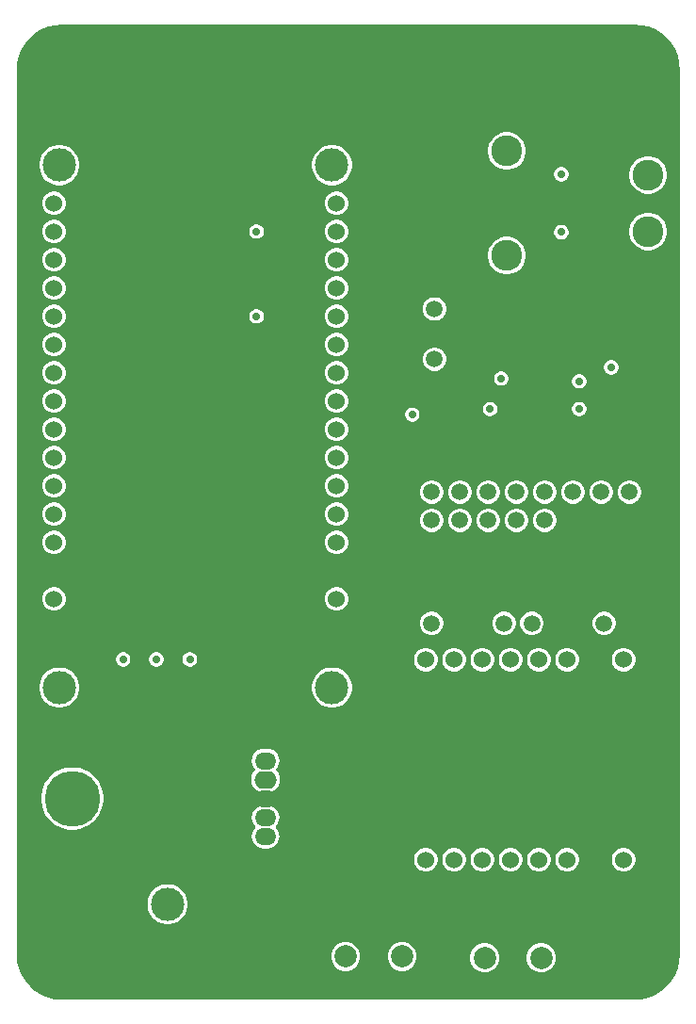
<source format=gbr>
%TF.GenerationSoftware,Altium Limited,Altium Designer,25.2.1 (25)*%
G04 Layer_Physical_Order=2*
G04 Layer_Color=36540*
%FSLAX43Y43*%
%MOMM*%
%TF.SameCoordinates,B664DB7D-B6DB-4AC9-9DB7-209C64ECDA10*%
%TF.FilePolarity,Positive*%
%TF.FileFunction,Copper,L2,Inr,Signal*%
%TF.Part,Single*%
G01*
G75*
%TA.AperFunction,ComponentPad*%
%ADD15C,1.500*%
%ADD16R,1.500X1.500*%
%ADD17C,3.000*%
%ADD18C,1.524*%
%ADD19C,2.775*%
%ADD20C,2.000*%
%ADD21C,5.000*%
%ADD22O,1.900X1.550*%
%ADD23O,2.000X1.580*%
%ADD24C,6.000*%
%TA.AperFunction,ViaPad*%
%ADD25C,0.700*%
G36*
X56637Y88023D02*
X57259Y87874D01*
X57849Y87629D01*
X58394Y87295D01*
X58880Y86880D01*
X59295Y86394D01*
X59629Y85849D01*
X59874Y85259D01*
X60023Y84637D01*
X60071Y84030D01*
X60065Y84000D01*
Y4500D01*
X60071Y4470D01*
X60023Y3863D01*
X59874Y3241D01*
X59629Y2651D01*
X59295Y2106D01*
X58880Y1620D01*
X58394Y1205D01*
X57849Y871D01*
X57259Y626D01*
X56637Y477D01*
X56030Y429D01*
X56000Y435D01*
X4500D01*
X4470Y429D01*
X3863Y477D01*
X3241Y626D01*
X2651Y871D01*
X2106Y1205D01*
X1620Y1620D01*
X1205Y2106D01*
X871Y2651D01*
X626Y3241D01*
X477Y3863D01*
X429Y4470D01*
X435Y4500D01*
Y84000D01*
X429Y84030D01*
X477Y84637D01*
X626Y85259D01*
X871Y85849D01*
X1205Y86394D01*
X1620Y86880D01*
X2106Y87295D01*
X2651Y87629D01*
X3241Y87874D01*
X3863Y88023D01*
X4470Y88071D01*
X4500Y88065D01*
X56000D01*
X56030Y88071D01*
X56637Y88023D01*
D02*
G37*
%LPC*%
G36*
X44666Y78387D02*
X44334D01*
X44008Y78323D01*
X43701Y78195D01*
X43424Y78011D01*
X43189Y77776D01*
X43005Y77499D01*
X42877Y77192D01*
X42812Y76866D01*
Y76534D01*
X42877Y76208D01*
X43005Y75901D01*
X43189Y75624D01*
X43424Y75389D01*
X43701Y75205D01*
X44008Y75077D01*
X44334Y75012D01*
X44666D01*
X44992Y75077D01*
X45299Y75205D01*
X45576Y75389D01*
X45811Y75624D01*
X45995Y75901D01*
X46123Y76208D01*
X46188Y76534D01*
Y76866D01*
X46123Y77192D01*
X45995Y77499D01*
X45811Y77776D01*
X45576Y78011D01*
X45299Y78195D01*
X44992Y78323D01*
X44666Y78387D01*
D02*
G37*
G36*
X49486Y75250D02*
X49314D01*
X49149Y75206D01*
X49001Y75120D01*
X48880Y74999D01*
X48794Y74851D01*
X48750Y74686D01*
Y74514D01*
X48794Y74349D01*
X48880Y74201D01*
X49001Y74080D01*
X49149Y73994D01*
X49314Y73950D01*
X49486D01*
X49651Y73994D01*
X49799Y74080D01*
X49920Y74201D01*
X50006Y74349D01*
X50050Y74514D01*
Y74686D01*
X50006Y74851D01*
X49920Y74999D01*
X49799Y75120D01*
X49651Y75206D01*
X49486Y75250D01*
D02*
G37*
G36*
X28957Y77230D02*
X28603D01*
X28255Y77161D01*
X27927Y77025D01*
X27633Y76828D01*
X27382Y76577D01*
X27185Y76283D01*
X27049Y75955D01*
X26980Y75607D01*
Y75253D01*
X27049Y74905D01*
X27185Y74577D01*
X27382Y74283D01*
X27633Y74032D01*
X27927Y73835D01*
X28255Y73699D01*
X28603Y73630D01*
X28957D01*
X29305Y73699D01*
X29633Y73835D01*
X29927Y74032D01*
X30178Y74283D01*
X30375Y74577D01*
X30511Y74905D01*
X30580Y75253D01*
Y75607D01*
X30511Y75955D01*
X30375Y76283D01*
X30178Y76577D01*
X29927Y76828D01*
X29633Y77025D01*
X29305Y77161D01*
X28957Y77230D01*
D02*
G37*
G36*
X4447D02*
X4093D01*
X3745Y77161D01*
X3417Y77025D01*
X3123Y76828D01*
X2872Y76577D01*
X2675Y76283D01*
X2539Y75955D01*
X2470Y75607D01*
Y75253D01*
X2539Y74905D01*
X2675Y74577D01*
X2872Y74283D01*
X3123Y74032D01*
X3417Y73835D01*
X3745Y73699D01*
X4093Y73630D01*
X4447D01*
X4795Y73699D01*
X5123Y73835D01*
X5417Y74032D01*
X5668Y74283D01*
X5865Y74577D01*
X6001Y74905D01*
X6070Y75253D01*
Y75607D01*
X6001Y75955D01*
X5865Y76283D01*
X5668Y76577D01*
X5417Y76828D01*
X5123Y77025D01*
X4795Y77161D01*
X4447Y77230D01*
D02*
G37*
G36*
X57366Y76228D02*
X57034D01*
X56708Y76163D01*
X56401Y76035D01*
X56124Y75851D01*
X55889Y75616D01*
X55705Y75339D01*
X55577Y75032D01*
X55513Y74706D01*
Y74374D01*
X55577Y74048D01*
X55705Y73741D01*
X55889Y73464D01*
X56124Y73229D01*
X56401Y73045D01*
X56708Y72917D01*
X57034Y72853D01*
X57366D01*
X57692Y72917D01*
X57999Y73045D01*
X58276Y73229D01*
X58511Y73464D01*
X58695Y73741D01*
X58823Y74048D01*
X58888Y74374D01*
Y74706D01*
X58823Y75032D01*
X58695Y75339D01*
X58511Y75616D01*
X58276Y75851D01*
X57999Y76035D01*
X57692Y76163D01*
X57366Y76228D01*
D02*
G37*
G36*
X29340Y73062D02*
X29060D01*
X28790Y72990D01*
X28548Y72850D01*
X28350Y72652D01*
X28210Y72410D01*
X28138Y72140D01*
Y71860D01*
X28210Y71590D01*
X28350Y71348D01*
X28548Y71150D01*
X28790Y71010D01*
X29060Y70938D01*
X29340D01*
X29610Y71010D01*
X29852Y71150D01*
X30050Y71348D01*
X30190Y71590D01*
X30262Y71860D01*
Y72140D01*
X30190Y72410D01*
X30050Y72652D01*
X29852Y72850D01*
X29610Y72990D01*
X29340Y73062D01*
D02*
G37*
G36*
X3940D02*
X3660D01*
X3390Y72990D01*
X3148Y72850D01*
X2950Y72652D01*
X2810Y72410D01*
X2738Y72140D01*
Y71860D01*
X2810Y71590D01*
X2950Y71348D01*
X3148Y71150D01*
X3390Y71010D01*
X3660Y70938D01*
X3940D01*
X4210Y71010D01*
X4452Y71150D01*
X4650Y71348D01*
X4790Y71590D01*
X4862Y71860D01*
Y72140D01*
X4790Y72410D01*
X4650Y72652D01*
X4452Y72850D01*
X4210Y72990D01*
X3940Y73062D01*
D02*
G37*
G36*
X22086Y70110D02*
X21914D01*
X21749Y70066D01*
X21601Y69980D01*
X21480Y69859D01*
X21394Y69711D01*
X21350Y69546D01*
Y69374D01*
X21394Y69209D01*
X21480Y69061D01*
X21601Y68940D01*
X21749Y68854D01*
X21914Y68810D01*
X22086D01*
X22251Y68854D01*
X22399Y68940D01*
X22520Y69061D01*
X22606Y69209D01*
X22650Y69374D01*
Y69546D01*
X22606Y69711D01*
X22520Y69859D01*
X22399Y69980D01*
X22251Y70066D01*
X22086Y70110D01*
D02*
G37*
G36*
X49486Y70050D02*
X49314D01*
X49149Y70006D01*
X49001Y69920D01*
X48880Y69799D01*
X48794Y69651D01*
X48750Y69486D01*
Y69314D01*
X48794Y69149D01*
X48880Y69001D01*
X49001Y68880D01*
X49149Y68794D01*
X49314Y68750D01*
X49486D01*
X49651Y68794D01*
X49799Y68880D01*
X49920Y69001D01*
X50006Y69149D01*
X50050Y69314D01*
Y69486D01*
X50006Y69651D01*
X49920Y69799D01*
X49799Y69920D01*
X49651Y70006D01*
X49486Y70050D01*
D02*
G37*
G36*
X29340Y70522D02*
X29060D01*
X28790Y70450D01*
X28548Y70310D01*
X28350Y70112D01*
X28210Y69870D01*
X28138Y69600D01*
Y69320D01*
X28210Y69050D01*
X28350Y68808D01*
X28548Y68610D01*
X28790Y68470D01*
X29060Y68398D01*
X29340D01*
X29610Y68470D01*
X29852Y68610D01*
X30050Y68808D01*
X30190Y69050D01*
X30262Y69320D01*
Y69600D01*
X30190Y69870D01*
X30050Y70112D01*
X29852Y70310D01*
X29610Y70450D01*
X29340Y70522D01*
D02*
G37*
G36*
X3940D02*
X3660D01*
X3390Y70450D01*
X3148Y70310D01*
X2950Y70112D01*
X2810Y69870D01*
X2738Y69600D01*
Y69320D01*
X2810Y69050D01*
X2950Y68808D01*
X3148Y68610D01*
X3390Y68470D01*
X3660Y68398D01*
X3940D01*
X4210Y68470D01*
X4452Y68610D01*
X4650Y68808D01*
X4790Y69050D01*
X4862Y69320D01*
Y69600D01*
X4790Y69870D01*
X4650Y70112D01*
X4452Y70310D01*
X4210Y70450D01*
X3940Y70522D01*
D02*
G37*
G36*
X57366Y71147D02*
X57034D01*
X56708Y71083D01*
X56401Y70955D01*
X56124Y70771D01*
X55889Y70536D01*
X55705Y70259D01*
X55577Y69952D01*
X55513Y69626D01*
Y69294D01*
X55577Y68968D01*
X55705Y68661D01*
X55889Y68384D01*
X56124Y68149D01*
X56401Y67965D01*
X56708Y67837D01*
X57034Y67772D01*
X57366D01*
X57692Y67837D01*
X57999Y67965D01*
X58276Y68149D01*
X58511Y68384D01*
X58695Y68661D01*
X58823Y68968D01*
X58888Y69294D01*
Y69626D01*
X58823Y69952D01*
X58695Y70259D01*
X58511Y70536D01*
X58276Y70771D01*
X57999Y70955D01*
X57692Y71083D01*
X57366Y71147D01*
D02*
G37*
G36*
X29340Y67982D02*
X29060D01*
X28790Y67910D01*
X28548Y67770D01*
X28350Y67572D01*
X28210Y67330D01*
X28138Y67060D01*
Y66780D01*
X28210Y66510D01*
X28350Y66268D01*
X28548Y66070D01*
X28790Y65930D01*
X29060Y65858D01*
X29340D01*
X29610Y65930D01*
X29852Y66070D01*
X30050Y66268D01*
X30190Y66510D01*
X30262Y66780D01*
Y67060D01*
X30190Y67330D01*
X30050Y67572D01*
X29852Y67770D01*
X29610Y67910D01*
X29340Y67982D01*
D02*
G37*
G36*
X3940D02*
X3660D01*
X3390Y67910D01*
X3148Y67770D01*
X2950Y67572D01*
X2810Y67330D01*
X2738Y67060D01*
Y66780D01*
X2810Y66510D01*
X2950Y66268D01*
X3148Y66070D01*
X3390Y65930D01*
X3660Y65858D01*
X3940D01*
X4210Y65930D01*
X4452Y66070D01*
X4650Y66268D01*
X4790Y66510D01*
X4862Y66780D01*
Y67060D01*
X4790Y67330D01*
X4650Y67572D01*
X4452Y67770D01*
X4210Y67910D01*
X3940Y67982D01*
D02*
G37*
G36*
X44666Y68988D02*
X44334D01*
X44008Y68923D01*
X43701Y68795D01*
X43424Y68611D01*
X43189Y68376D01*
X43005Y68099D01*
X42877Y67792D01*
X42812Y67466D01*
Y67134D01*
X42877Y66808D01*
X43005Y66501D01*
X43189Y66224D01*
X43424Y65989D01*
X43701Y65805D01*
X44008Y65677D01*
X44334Y65613D01*
X44666D01*
X44992Y65677D01*
X45299Y65805D01*
X45576Y65989D01*
X45811Y66224D01*
X45995Y66501D01*
X46123Y66808D01*
X46188Y67134D01*
Y67466D01*
X46123Y67792D01*
X45995Y68099D01*
X45811Y68376D01*
X45576Y68611D01*
X45299Y68795D01*
X44992Y68923D01*
X44666Y68988D01*
D02*
G37*
G36*
X29340Y65442D02*
X29060D01*
X28790Y65370D01*
X28548Y65230D01*
X28350Y65032D01*
X28210Y64790D01*
X28138Y64520D01*
Y64240D01*
X28210Y63970D01*
X28350Y63728D01*
X28548Y63530D01*
X28790Y63390D01*
X29060Y63318D01*
X29340D01*
X29610Y63390D01*
X29852Y63530D01*
X30050Y63728D01*
X30190Y63970D01*
X30262Y64240D01*
Y64520D01*
X30190Y64790D01*
X30050Y65032D01*
X29852Y65230D01*
X29610Y65370D01*
X29340Y65442D01*
D02*
G37*
G36*
X3940D02*
X3660D01*
X3390Y65370D01*
X3148Y65230D01*
X2950Y65032D01*
X2810Y64790D01*
X2738Y64520D01*
Y64240D01*
X2810Y63970D01*
X2950Y63728D01*
X3148Y63530D01*
X3390Y63390D01*
X3660Y63318D01*
X3940D01*
X4210Y63390D01*
X4452Y63530D01*
X4650Y63728D01*
X4790Y63970D01*
X4862Y64240D01*
Y64520D01*
X4790Y64790D01*
X4650Y65032D01*
X4452Y65230D01*
X4210Y65370D01*
X3940Y65442D01*
D02*
G37*
G36*
X38138Y63550D02*
X37862D01*
X37595Y63478D01*
X37355Y63340D01*
X37160Y63145D01*
X37022Y62905D01*
X36950Y62638D01*
Y62362D01*
X37022Y62095D01*
X37160Y61855D01*
X37355Y61660D01*
X37595Y61522D01*
X37862Y61450D01*
X38138D01*
X38405Y61522D01*
X38645Y61660D01*
X38840Y61855D01*
X38978Y62095D01*
X39050Y62362D01*
Y62638D01*
X38978Y62905D01*
X38840Y63145D01*
X38645Y63340D01*
X38405Y63478D01*
X38138Y63550D01*
D02*
G37*
G36*
X22086Y62490D02*
X21914D01*
X21749Y62446D01*
X21601Y62360D01*
X21480Y62239D01*
X21394Y62091D01*
X21350Y61926D01*
Y61754D01*
X21394Y61589D01*
X21480Y61441D01*
X21601Y61320D01*
X21749Y61234D01*
X21914Y61190D01*
X22086D01*
X22251Y61234D01*
X22399Y61320D01*
X22520Y61441D01*
X22606Y61589D01*
X22650Y61754D01*
Y61926D01*
X22606Y62091D01*
X22520Y62239D01*
X22399Y62360D01*
X22251Y62446D01*
X22086Y62490D01*
D02*
G37*
G36*
X29340Y62902D02*
X29060D01*
X28790Y62830D01*
X28548Y62690D01*
X28350Y62492D01*
X28210Y62250D01*
X28138Y61980D01*
Y61700D01*
X28210Y61430D01*
X28350Y61188D01*
X28548Y60990D01*
X28790Y60850D01*
X29060Y60778D01*
X29340D01*
X29610Y60850D01*
X29852Y60990D01*
X30050Y61188D01*
X30190Y61430D01*
X30262Y61700D01*
Y61980D01*
X30190Y62250D01*
X30050Y62492D01*
X29852Y62690D01*
X29610Y62830D01*
X29340Y62902D01*
D02*
G37*
G36*
X3940D02*
X3660D01*
X3390Y62830D01*
X3148Y62690D01*
X2950Y62492D01*
X2810Y62250D01*
X2738Y61980D01*
Y61700D01*
X2810Y61430D01*
X2950Y61188D01*
X3148Y60990D01*
X3390Y60850D01*
X3660Y60778D01*
X3940D01*
X4210Y60850D01*
X4452Y60990D01*
X4650Y61188D01*
X4790Y61430D01*
X4862Y61700D01*
Y61980D01*
X4790Y62250D01*
X4650Y62492D01*
X4452Y62690D01*
X4210Y62830D01*
X3940Y62902D01*
D02*
G37*
G36*
X29340Y60362D02*
X29060D01*
X28790Y60290D01*
X28548Y60150D01*
X28350Y59952D01*
X28210Y59710D01*
X28138Y59440D01*
Y59160D01*
X28210Y58890D01*
X28350Y58648D01*
X28548Y58450D01*
X28790Y58310D01*
X29060Y58238D01*
X29340D01*
X29610Y58310D01*
X29852Y58450D01*
X30050Y58648D01*
X30190Y58890D01*
X30262Y59160D01*
Y59440D01*
X30190Y59710D01*
X30050Y59952D01*
X29852Y60150D01*
X29610Y60290D01*
X29340Y60362D01*
D02*
G37*
G36*
X3940D02*
X3660D01*
X3390Y60290D01*
X3148Y60150D01*
X2950Y59952D01*
X2810Y59710D01*
X2738Y59440D01*
Y59160D01*
X2810Y58890D01*
X2950Y58648D01*
X3148Y58450D01*
X3390Y58310D01*
X3660Y58238D01*
X3940D01*
X4210Y58310D01*
X4452Y58450D01*
X4650Y58648D01*
X4790Y58890D01*
X4862Y59160D01*
Y59440D01*
X4790Y59710D01*
X4650Y59952D01*
X4452Y60150D01*
X4210Y60290D01*
X3940Y60362D01*
D02*
G37*
G36*
X38138Y59050D02*
X37862D01*
X37595Y58978D01*
X37355Y58840D01*
X37160Y58645D01*
X37022Y58405D01*
X36950Y58138D01*
Y57862D01*
X37022Y57595D01*
X37160Y57355D01*
X37355Y57160D01*
X37595Y57022D01*
X37862Y56950D01*
X38138D01*
X38405Y57022D01*
X38645Y57160D01*
X38840Y57355D01*
X38978Y57595D01*
X39050Y57862D01*
Y58138D01*
X38978Y58405D01*
X38840Y58645D01*
X38645Y58840D01*
X38405Y58978D01*
X38138Y59050D01*
D02*
G37*
G36*
X53986Y57900D02*
X53814D01*
X53649Y57856D01*
X53501Y57770D01*
X53380Y57649D01*
X53294Y57501D01*
X53250Y57336D01*
Y57164D01*
X53294Y56999D01*
X53380Y56851D01*
X53501Y56730D01*
X53649Y56644D01*
X53814Y56600D01*
X53986D01*
X54151Y56644D01*
X54299Y56730D01*
X54420Y56851D01*
X54506Y56999D01*
X54550Y57164D01*
Y57336D01*
X54506Y57501D01*
X54420Y57649D01*
X54299Y57770D01*
X54151Y57856D01*
X53986Y57900D01*
D02*
G37*
G36*
X29340Y57822D02*
X29060D01*
X28790Y57750D01*
X28548Y57610D01*
X28350Y57412D01*
X28210Y57170D01*
X28138Y56900D01*
Y56620D01*
X28210Y56350D01*
X28350Y56108D01*
X28548Y55910D01*
X28790Y55770D01*
X29060Y55698D01*
X29340D01*
X29610Y55770D01*
X29852Y55910D01*
X30050Y56108D01*
X30190Y56350D01*
X30262Y56620D01*
Y56900D01*
X30190Y57170D01*
X30050Y57412D01*
X29852Y57610D01*
X29610Y57750D01*
X29340Y57822D01*
D02*
G37*
G36*
X3940D02*
X3660D01*
X3390Y57750D01*
X3148Y57610D01*
X2950Y57412D01*
X2810Y57170D01*
X2738Y56900D01*
Y56620D01*
X2810Y56350D01*
X2950Y56108D01*
X3148Y55910D01*
X3390Y55770D01*
X3660Y55698D01*
X3940D01*
X4210Y55770D01*
X4452Y55910D01*
X4650Y56108D01*
X4790Y56350D01*
X4862Y56620D01*
Y56900D01*
X4790Y57170D01*
X4650Y57412D01*
X4452Y57610D01*
X4210Y57750D01*
X3940Y57822D01*
D02*
G37*
G36*
X44086Y56900D02*
X43914D01*
X43749Y56856D01*
X43601Y56770D01*
X43480Y56649D01*
X43394Y56501D01*
X43350Y56336D01*
Y56164D01*
X43394Y55999D01*
X43480Y55851D01*
X43601Y55730D01*
X43749Y55644D01*
X43914Y55600D01*
X44086D01*
X44251Y55644D01*
X44399Y55730D01*
X44520Y55851D01*
X44606Y55999D01*
X44650Y56164D01*
Y56336D01*
X44606Y56501D01*
X44520Y56649D01*
X44399Y56770D01*
X44251Y56856D01*
X44086Y56900D01*
D02*
G37*
G36*
X51086Y56650D02*
X50914D01*
X50749Y56606D01*
X50601Y56520D01*
X50480Y56399D01*
X50394Y56251D01*
X50350Y56086D01*
Y55914D01*
X50394Y55749D01*
X50480Y55601D01*
X50601Y55480D01*
X50749Y55394D01*
X50914Y55350D01*
X51086D01*
X51251Y55394D01*
X51399Y55480D01*
X51520Y55601D01*
X51606Y55749D01*
X51650Y55914D01*
Y56086D01*
X51606Y56251D01*
X51520Y56399D01*
X51399Y56520D01*
X51251Y56606D01*
X51086Y56650D01*
D02*
G37*
G36*
X29340Y55282D02*
X29060D01*
X28790Y55210D01*
X28548Y55070D01*
X28350Y54872D01*
X28210Y54630D01*
X28138Y54360D01*
Y54080D01*
X28210Y53810D01*
X28350Y53568D01*
X28548Y53370D01*
X28790Y53230D01*
X29060Y53158D01*
X29340D01*
X29610Y53230D01*
X29852Y53370D01*
X30050Y53568D01*
X30190Y53810D01*
X30262Y54080D01*
Y54360D01*
X30190Y54630D01*
X30050Y54872D01*
X29852Y55070D01*
X29610Y55210D01*
X29340Y55282D01*
D02*
G37*
G36*
X3940D02*
X3660D01*
X3390Y55210D01*
X3148Y55070D01*
X2950Y54872D01*
X2810Y54630D01*
X2738Y54360D01*
Y54080D01*
X2810Y53810D01*
X2950Y53568D01*
X3148Y53370D01*
X3390Y53230D01*
X3660Y53158D01*
X3940D01*
X4210Y53230D01*
X4452Y53370D01*
X4650Y53568D01*
X4790Y53810D01*
X4862Y54080D01*
Y54360D01*
X4790Y54630D01*
X4650Y54872D01*
X4452Y55070D01*
X4210Y55210D01*
X3940Y55282D01*
D02*
G37*
G36*
X51086Y54150D02*
X50914D01*
X50749Y54106D01*
X50601Y54020D01*
X50480Y53899D01*
X50394Y53751D01*
X50350Y53586D01*
Y53414D01*
X50394Y53249D01*
X50480Y53101D01*
X50601Y52980D01*
X50749Y52894D01*
X50914Y52850D01*
X51086D01*
X51251Y52894D01*
X51399Y52980D01*
X51520Y53101D01*
X51606Y53249D01*
X51650Y53414D01*
Y53586D01*
X51606Y53751D01*
X51520Y53899D01*
X51399Y54020D01*
X51251Y54106D01*
X51086Y54150D01*
D02*
G37*
G36*
X43086D02*
X42914D01*
X42749Y54106D01*
X42601Y54020D01*
X42480Y53899D01*
X42394Y53751D01*
X42350Y53586D01*
Y53414D01*
X42394Y53249D01*
X42480Y53101D01*
X42601Y52980D01*
X42749Y52894D01*
X42914Y52850D01*
X43086D01*
X43251Y52894D01*
X43399Y52980D01*
X43520Y53101D01*
X43606Y53249D01*
X43650Y53414D01*
Y53586D01*
X43606Y53751D01*
X43520Y53899D01*
X43399Y54020D01*
X43251Y54106D01*
X43086Y54150D01*
D02*
G37*
G36*
X36086Y53650D02*
X35914D01*
X35749Y53606D01*
X35601Y53520D01*
X35480Y53399D01*
X35394Y53251D01*
X35350Y53086D01*
Y52914D01*
X35394Y52749D01*
X35480Y52601D01*
X35601Y52480D01*
X35749Y52394D01*
X35914Y52350D01*
X36086D01*
X36251Y52394D01*
X36399Y52480D01*
X36520Y52601D01*
X36606Y52749D01*
X36650Y52914D01*
Y53086D01*
X36606Y53251D01*
X36520Y53399D01*
X36399Y53520D01*
X36251Y53606D01*
X36086Y53650D01*
D02*
G37*
G36*
X29340Y52742D02*
X29060D01*
X28790Y52670D01*
X28548Y52530D01*
X28350Y52332D01*
X28210Y52090D01*
X28138Y51820D01*
Y51540D01*
X28210Y51270D01*
X28350Y51028D01*
X28548Y50830D01*
X28790Y50690D01*
X29060Y50618D01*
X29340D01*
X29610Y50690D01*
X29852Y50830D01*
X30050Y51028D01*
X30190Y51270D01*
X30262Y51540D01*
Y51820D01*
X30190Y52090D01*
X30050Y52332D01*
X29852Y52530D01*
X29610Y52670D01*
X29340Y52742D01*
D02*
G37*
G36*
X3940D02*
X3660D01*
X3390Y52670D01*
X3148Y52530D01*
X2950Y52332D01*
X2810Y52090D01*
X2738Y51820D01*
Y51540D01*
X2810Y51270D01*
X2950Y51028D01*
X3148Y50830D01*
X3390Y50690D01*
X3660Y50618D01*
X3940D01*
X4210Y50690D01*
X4452Y50830D01*
X4650Y51028D01*
X4790Y51270D01*
X4862Y51540D01*
Y51820D01*
X4790Y52090D01*
X4650Y52332D01*
X4452Y52530D01*
X4210Y52670D01*
X3940Y52742D01*
D02*
G37*
G36*
X29340Y50202D02*
X29060D01*
X28790Y50130D01*
X28548Y49990D01*
X28350Y49792D01*
X28210Y49550D01*
X28138Y49280D01*
Y49000D01*
X28210Y48730D01*
X28350Y48488D01*
X28548Y48290D01*
X28790Y48150D01*
X29060Y48078D01*
X29340D01*
X29610Y48150D01*
X29852Y48290D01*
X30050Y48488D01*
X30190Y48730D01*
X30262Y49000D01*
Y49280D01*
X30190Y49550D01*
X30050Y49792D01*
X29852Y49990D01*
X29610Y50130D01*
X29340Y50202D01*
D02*
G37*
G36*
X3940D02*
X3660D01*
X3390Y50130D01*
X3148Y49990D01*
X2950Y49792D01*
X2810Y49550D01*
X2738Y49280D01*
Y49000D01*
X2810Y48730D01*
X2950Y48488D01*
X3148Y48290D01*
X3390Y48150D01*
X3660Y48078D01*
X3940D01*
X4210Y48150D01*
X4452Y48290D01*
X4650Y48488D01*
X4790Y48730D01*
X4862Y49000D01*
Y49280D01*
X4790Y49550D01*
X4650Y49792D01*
X4452Y49990D01*
X4210Y50130D01*
X3940Y50202D01*
D02*
G37*
G36*
X29340Y47662D02*
X29060D01*
X28790Y47590D01*
X28548Y47450D01*
X28350Y47252D01*
X28210Y47010D01*
X28138Y46740D01*
Y46460D01*
X28210Y46190D01*
X28350Y45948D01*
X28548Y45750D01*
X28790Y45610D01*
X29060Y45538D01*
X29340D01*
X29610Y45610D01*
X29852Y45750D01*
X30050Y45948D01*
X30190Y46190D01*
X30262Y46460D01*
Y46740D01*
X30190Y47010D01*
X30050Y47252D01*
X29852Y47450D01*
X29610Y47590D01*
X29340Y47662D01*
D02*
G37*
G36*
X3940D02*
X3660D01*
X3390Y47590D01*
X3148Y47450D01*
X2950Y47252D01*
X2810Y47010D01*
X2738Y46740D01*
Y46460D01*
X2810Y46190D01*
X2950Y45948D01*
X3148Y45750D01*
X3390Y45610D01*
X3660Y45538D01*
X3940D01*
X4210Y45610D01*
X4452Y45750D01*
X4650Y45948D01*
X4790Y46190D01*
X4862Y46460D01*
Y46740D01*
X4790Y47010D01*
X4650Y47252D01*
X4452Y47450D01*
X4210Y47590D01*
X3940Y47662D01*
D02*
G37*
G36*
X45508Y47090D02*
X45232D01*
X44965Y47019D01*
X44725Y46880D01*
X44530Y46685D01*
X44392Y46445D01*
X44320Y46178D01*
Y45902D01*
X44392Y45635D01*
X44530Y45395D01*
X44725Y45200D01*
X44965Y45062D01*
X45232Y44990D01*
X45508D01*
X45775Y45062D01*
X46015Y45200D01*
X46210Y45395D01*
X46348Y45635D01*
X46420Y45902D01*
Y46178D01*
X46348Y46445D01*
X46210Y46685D01*
X46015Y46880D01*
X45775Y47019D01*
X45508Y47090D01*
D02*
G37*
G36*
X48048Y47090D02*
X47772D01*
X47505Y47018D01*
X47265Y46880D01*
X47070Y46685D01*
X46932Y46445D01*
X46860Y46178D01*
Y45902D01*
X46932Y45635D01*
X47070Y45395D01*
X47265Y45200D01*
X47505Y45062D01*
X47772Y44990D01*
X48048D01*
X48315Y45062D01*
X48555Y45200D01*
X48750Y45395D01*
X48888Y45635D01*
X48960Y45902D01*
Y46178D01*
X48888Y46445D01*
X48750Y46685D01*
X48555Y46880D01*
X48315Y47018D01*
X48048Y47090D01*
D02*
G37*
G36*
X42968D02*
X42692D01*
X42425Y47018D01*
X42185Y46880D01*
X41990Y46685D01*
X41852Y46445D01*
X41780Y46178D01*
Y45902D01*
X41852Y45635D01*
X41990Y45395D01*
X42185Y45200D01*
X42425Y45062D01*
X42692Y44990D01*
X42968D01*
X43235Y45062D01*
X43475Y45200D01*
X43670Y45395D01*
X43808Y45635D01*
X43880Y45902D01*
Y46178D01*
X43808Y46445D01*
X43670Y46685D01*
X43475Y46880D01*
X43235Y47018D01*
X42968Y47090D01*
D02*
G37*
G36*
X40428D02*
X40152D01*
X39885Y47018D01*
X39645Y46880D01*
X39450Y46685D01*
X39312Y46445D01*
X39240Y46178D01*
Y45902D01*
X39312Y45635D01*
X39450Y45395D01*
X39645Y45200D01*
X39885Y45062D01*
X40152Y44990D01*
X40428D01*
X40695Y45062D01*
X40935Y45200D01*
X41130Y45395D01*
X41268Y45635D01*
X41340Y45902D01*
Y46178D01*
X41268Y46445D01*
X41130Y46685D01*
X40935Y46880D01*
X40695Y47018D01*
X40428Y47090D01*
D02*
G37*
G36*
X37888D02*
X37612D01*
X37345Y47018D01*
X37105Y46880D01*
X36910Y46685D01*
X36772Y46445D01*
X36700Y46178D01*
Y45902D01*
X36772Y45635D01*
X36910Y45395D01*
X37105Y45200D01*
X37345Y45062D01*
X37612Y44990D01*
X37888D01*
X38155Y45062D01*
X38395Y45200D01*
X38590Y45395D01*
X38728Y45635D01*
X38800Y45902D01*
Y46178D01*
X38728Y46445D01*
X38590Y46685D01*
X38395Y46880D01*
X38155Y47018D01*
X37888Y47090D01*
D02*
G37*
G36*
X55668Y47090D02*
X55392D01*
X55125Y47018D01*
X54885Y46880D01*
X54690Y46685D01*
X54552Y46445D01*
X54480Y46178D01*
Y45902D01*
X54552Y45635D01*
X54690Y45395D01*
X54885Y45200D01*
X55125Y45061D01*
X55392Y44990D01*
X55668D01*
X55935Y45061D01*
X56175Y45200D01*
X56370Y45395D01*
X56508Y45635D01*
X56580Y45902D01*
Y46178D01*
X56508Y46445D01*
X56370Y46685D01*
X56175Y46880D01*
X55935Y47018D01*
X55668Y47090D01*
D02*
G37*
G36*
X53128D02*
X52852D01*
X52585Y47018D01*
X52345Y46880D01*
X52150Y46685D01*
X52012Y46445D01*
X51940Y46178D01*
Y45902D01*
X52012Y45635D01*
X52150Y45395D01*
X52345Y45200D01*
X52585Y45061D01*
X52852Y44990D01*
X53128D01*
X53395Y45061D01*
X53635Y45200D01*
X53830Y45395D01*
X53968Y45635D01*
X54040Y45902D01*
Y46178D01*
X53968Y46445D01*
X53830Y46685D01*
X53635Y46880D01*
X53395Y47018D01*
X53128Y47090D01*
D02*
G37*
G36*
X50588D02*
X50312D01*
X50045Y47018D01*
X49805Y46880D01*
X49610Y46685D01*
X49472Y46445D01*
X49400Y46178D01*
Y45902D01*
X49472Y45635D01*
X49610Y45395D01*
X49805Y45200D01*
X50045Y45061D01*
X50312Y44990D01*
X50588D01*
X50855Y45061D01*
X51095Y45200D01*
X51290Y45395D01*
X51428Y45635D01*
X51500Y45902D01*
Y46178D01*
X51428Y46445D01*
X51290Y46685D01*
X51095Y46880D01*
X50855Y47018D01*
X50588Y47090D01*
D02*
G37*
G36*
X29340Y45122D02*
X29060D01*
X28790Y45050D01*
X28548Y44910D01*
X28350Y44712D01*
X28210Y44470D01*
X28138Y44200D01*
Y43920D01*
X28210Y43650D01*
X28350Y43408D01*
X28548Y43210D01*
X28790Y43070D01*
X29060Y42998D01*
X29340D01*
X29610Y43070D01*
X29852Y43210D01*
X30050Y43408D01*
X30190Y43650D01*
X30262Y43920D01*
Y44200D01*
X30190Y44470D01*
X30050Y44712D01*
X29852Y44910D01*
X29610Y45050D01*
X29340Y45122D01*
D02*
G37*
G36*
X3940D02*
X3660D01*
X3390Y45050D01*
X3148Y44910D01*
X2950Y44712D01*
X2810Y44470D01*
X2738Y44200D01*
Y43920D01*
X2810Y43650D01*
X2950Y43408D01*
X3148Y43210D01*
X3390Y43070D01*
X3660Y42998D01*
X3940D01*
X4210Y43070D01*
X4452Y43210D01*
X4650Y43408D01*
X4790Y43650D01*
X4862Y43920D01*
Y44200D01*
X4790Y44470D01*
X4650Y44712D01*
X4452Y44910D01*
X4210Y45050D01*
X3940Y45122D01*
D02*
G37*
G36*
X48048Y44550D02*
X47772D01*
X47505Y44478D01*
X47265Y44340D01*
X47070Y44145D01*
X46932Y43905D01*
X46860Y43638D01*
Y43362D01*
X46932Y43095D01*
X47070Y42855D01*
X47265Y42660D01*
X47505Y42522D01*
X47772Y42450D01*
X48048D01*
X48315Y42522D01*
X48555Y42660D01*
X48750Y42855D01*
X48888Y43095D01*
X48960Y43362D01*
Y43638D01*
X48888Y43905D01*
X48750Y44145D01*
X48555Y44340D01*
X48315Y44478D01*
X48048Y44550D01*
D02*
G37*
G36*
X45508D02*
X45232D01*
X44965Y44478D01*
X44725Y44340D01*
X44530Y44145D01*
X44392Y43905D01*
X44320Y43638D01*
Y43362D01*
X44392Y43095D01*
X44530Y42855D01*
X44725Y42660D01*
X44965Y42522D01*
X45232Y42450D01*
X45508D01*
X45775Y42522D01*
X46015Y42660D01*
X46210Y42855D01*
X46348Y43095D01*
X46420Y43362D01*
Y43638D01*
X46348Y43905D01*
X46210Y44145D01*
X46015Y44340D01*
X45775Y44478D01*
X45508Y44550D01*
D02*
G37*
G36*
X42968D02*
X42692D01*
X42425Y44478D01*
X42185Y44340D01*
X41990Y44145D01*
X41852Y43905D01*
X41780Y43638D01*
Y43362D01*
X41852Y43095D01*
X41990Y42855D01*
X42185Y42660D01*
X42425Y42522D01*
X42692Y42450D01*
X42968D01*
X43235Y42522D01*
X43475Y42660D01*
X43670Y42855D01*
X43808Y43095D01*
X43880Y43362D01*
Y43638D01*
X43808Y43905D01*
X43670Y44145D01*
X43475Y44340D01*
X43235Y44478D01*
X42968Y44550D01*
D02*
G37*
G36*
X40428D02*
X40152D01*
X39885Y44478D01*
X39645Y44340D01*
X39450Y44145D01*
X39312Y43905D01*
X39240Y43638D01*
Y43362D01*
X39312Y43095D01*
X39450Y42855D01*
X39645Y42660D01*
X39885Y42522D01*
X40152Y42450D01*
X40428D01*
X40695Y42522D01*
X40935Y42660D01*
X41130Y42855D01*
X41268Y43095D01*
X41340Y43362D01*
Y43638D01*
X41268Y43905D01*
X41130Y44145D01*
X40935Y44340D01*
X40695Y44478D01*
X40428Y44550D01*
D02*
G37*
G36*
X37888D02*
X37612D01*
X37345Y44478D01*
X37105Y44340D01*
X36910Y44145D01*
X36772Y43905D01*
X36700Y43638D01*
Y43362D01*
X36772Y43095D01*
X36910Y42855D01*
X37105Y42660D01*
X37345Y42522D01*
X37612Y42450D01*
X37888D01*
X38155Y42522D01*
X38395Y42660D01*
X38590Y42855D01*
X38728Y43095D01*
X38800Y43362D01*
Y43638D01*
X38728Y43905D01*
X38590Y44145D01*
X38395Y44340D01*
X38155Y44478D01*
X37888Y44550D01*
D02*
G37*
G36*
X29340Y42582D02*
X29060D01*
X28790Y42510D01*
X28548Y42370D01*
X28350Y42172D01*
X28210Y41930D01*
X28138Y41660D01*
Y41380D01*
X28210Y41110D01*
X28350Y40868D01*
X28548Y40670D01*
X28790Y40530D01*
X29060Y40458D01*
X29340D01*
X29610Y40530D01*
X29852Y40670D01*
X30050Y40868D01*
X30190Y41110D01*
X30262Y41380D01*
Y41660D01*
X30190Y41930D01*
X30050Y42172D01*
X29852Y42370D01*
X29610Y42510D01*
X29340Y42582D01*
D02*
G37*
G36*
X3940D02*
X3660D01*
X3390Y42510D01*
X3148Y42370D01*
X2950Y42172D01*
X2810Y41930D01*
X2738Y41660D01*
Y41380D01*
X2810Y41110D01*
X2950Y40868D01*
X3148Y40670D01*
X3390Y40530D01*
X3660Y40458D01*
X3940D01*
X4210Y40530D01*
X4452Y40670D01*
X4650Y40868D01*
X4790Y41110D01*
X4862Y41380D01*
Y41660D01*
X4790Y41930D01*
X4650Y42172D01*
X4452Y42370D01*
X4210Y42510D01*
X3940Y42582D01*
D02*
G37*
G36*
X29340Y37502D02*
X29060D01*
X28790Y37430D01*
X28548Y37290D01*
X28350Y37092D01*
X28210Y36850D01*
X28138Y36580D01*
Y36300D01*
X28210Y36030D01*
X28350Y35788D01*
X28548Y35590D01*
X28790Y35450D01*
X29060Y35378D01*
X29340D01*
X29610Y35450D01*
X29852Y35590D01*
X30050Y35788D01*
X30190Y36030D01*
X30262Y36300D01*
Y36580D01*
X30190Y36850D01*
X30050Y37092D01*
X29852Y37290D01*
X29610Y37430D01*
X29340Y37502D01*
D02*
G37*
G36*
X3940D02*
X3660D01*
X3390Y37430D01*
X3148Y37290D01*
X2950Y37092D01*
X2810Y36850D01*
X2738Y36580D01*
Y36300D01*
X2810Y36030D01*
X2950Y35788D01*
X3148Y35590D01*
X3390Y35450D01*
X3660Y35378D01*
X3940D01*
X4210Y35450D01*
X4452Y35590D01*
X4650Y35788D01*
X4790Y36030D01*
X4862Y36300D01*
Y36580D01*
X4790Y36850D01*
X4650Y37092D01*
X4452Y37290D01*
X4210Y37430D01*
X3940Y37502D01*
D02*
G37*
G36*
X53388Y35300D02*
X53112D01*
X52845Y35228D01*
X52605Y35090D01*
X52410Y34895D01*
X52272Y34655D01*
X52200Y34388D01*
Y34112D01*
X52272Y33845D01*
X52410Y33605D01*
X52605Y33410D01*
X52845Y33272D01*
X53112Y33200D01*
X53388D01*
X53655Y33272D01*
X53895Y33410D01*
X54090Y33605D01*
X54228Y33845D01*
X54300Y34112D01*
Y34388D01*
X54228Y34655D01*
X54090Y34895D01*
X53895Y35090D01*
X53655Y35228D01*
X53388Y35300D01*
D02*
G37*
G36*
X46888D02*
X46612D01*
X46345Y35228D01*
X46105Y35090D01*
X45910Y34895D01*
X45772Y34655D01*
X45700Y34388D01*
Y34112D01*
X45772Y33845D01*
X45910Y33605D01*
X46105Y33410D01*
X46345Y33272D01*
X46612Y33200D01*
X46888D01*
X47155Y33272D01*
X47395Y33410D01*
X47590Y33605D01*
X47728Y33845D01*
X47800Y34112D01*
Y34388D01*
X47728Y34655D01*
X47590Y34895D01*
X47395Y35090D01*
X47155Y35228D01*
X46888Y35300D01*
D02*
G37*
G36*
X44388D02*
X44112D01*
X43845Y35228D01*
X43605Y35090D01*
X43410Y34895D01*
X43272Y34655D01*
X43200Y34388D01*
Y34112D01*
X43272Y33845D01*
X43410Y33605D01*
X43605Y33410D01*
X43845Y33272D01*
X44112Y33200D01*
X44388D01*
X44655Y33272D01*
X44895Y33410D01*
X45090Y33605D01*
X45228Y33845D01*
X45300Y34112D01*
Y34388D01*
X45228Y34655D01*
X45090Y34895D01*
X44895Y35090D01*
X44655Y35228D01*
X44388Y35300D01*
D02*
G37*
G36*
X37888D02*
X37612D01*
X37345Y35228D01*
X37105Y35090D01*
X36910Y34895D01*
X36772Y34655D01*
X36700Y34388D01*
Y34112D01*
X36772Y33845D01*
X36910Y33605D01*
X37105Y33410D01*
X37345Y33272D01*
X37612Y33200D01*
X37888D01*
X38155Y33272D01*
X38395Y33410D01*
X38590Y33605D01*
X38728Y33845D01*
X38800Y34112D01*
Y34388D01*
X38728Y34655D01*
X38590Y34895D01*
X38395Y35090D01*
X38155Y35228D01*
X37888Y35300D01*
D02*
G37*
G36*
X16086Y31650D02*
X15914D01*
X15749Y31606D01*
X15601Y31520D01*
X15480Y31399D01*
X15394Y31251D01*
X15350Y31086D01*
Y30914D01*
X15394Y30749D01*
X15480Y30601D01*
X15601Y30480D01*
X15749Y30394D01*
X15914Y30350D01*
X16086D01*
X16251Y30394D01*
X16399Y30480D01*
X16520Y30601D01*
X16606Y30749D01*
X16650Y30914D01*
Y31086D01*
X16606Y31251D01*
X16520Y31399D01*
X16399Y31520D01*
X16251Y31606D01*
X16086Y31650D01*
D02*
G37*
G36*
X13086D02*
X12914D01*
X12749Y31606D01*
X12601Y31520D01*
X12480Y31399D01*
X12394Y31251D01*
X12350Y31086D01*
Y30914D01*
X12394Y30749D01*
X12480Y30601D01*
X12601Y30480D01*
X12749Y30394D01*
X12914Y30350D01*
X13086D01*
X13251Y30394D01*
X13399Y30480D01*
X13520Y30601D01*
X13606Y30749D01*
X13650Y30914D01*
Y31086D01*
X13606Y31251D01*
X13520Y31399D01*
X13399Y31520D01*
X13251Y31606D01*
X13086Y31650D01*
D02*
G37*
G36*
X10086D02*
X9914D01*
X9749Y31606D01*
X9601Y31520D01*
X9480Y31399D01*
X9394Y31251D01*
X9350Y31086D01*
Y30914D01*
X9394Y30749D01*
X9480Y30601D01*
X9601Y30480D01*
X9749Y30394D01*
X9914Y30350D01*
X10086D01*
X10251Y30394D01*
X10399Y30480D01*
X10520Y30601D01*
X10606Y30749D01*
X10650Y30914D01*
Y31086D01*
X10606Y31251D01*
X10520Y31399D01*
X10399Y31520D01*
X10251Y31606D01*
X10086Y31650D01*
D02*
G37*
G36*
X55140Y32042D02*
X54860D01*
X54590Y31970D01*
X54348Y31830D01*
X54150Y31632D01*
X54010Y31390D01*
X53938Y31120D01*
Y30840D01*
X54010Y30570D01*
X54150Y30328D01*
X54348Y30130D01*
X54590Y29990D01*
X54860Y29918D01*
X55140D01*
X55410Y29990D01*
X55652Y30130D01*
X55850Y30328D01*
X55990Y30570D01*
X56062Y30840D01*
Y31120D01*
X55990Y31390D01*
X55850Y31632D01*
X55652Y31830D01*
X55410Y31970D01*
X55140Y32042D01*
D02*
G37*
G36*
X50060D02*
X49780D01*
X49510Y31970D01*
X49268Y31830D01*
X49070Y31632D01*
X48930Y31390D01*
X48858Y31120D01*
Y30840D01*
X48930Y30570D01*
X49070Y30328D01*
X49268Y30130D01*
X49510Y29990D01*
X49780Y29918D01*
X50060D01*
X50330Y29990D01*
X50572Y30130D01*
X50770Y30328D01*
X50910Y30570D01*
X50982Y30840D01*
Y31120D01*
X50910Y31390D01*
X50770Y31632D01*
X50572Y31830D01*
X50330Y31970D01*
X50060Y32042D01*
D02*
G37*
G36*
X47520D02*
X47240D01*
X46970Y31970D01*
X46728Y31830D01*
X46530Y31632D01*
X46390Y31390D01*
X46318Y31120D01*
Y30840D01*
X46390Y30570D01*
X46530Y30328D01*
X46728Y30130D01*
X46970Y29990D01*
X47240Y29918D01*
X47520D01*
X47790Y29990D01*
X48032Y30130D01*
X48230Y30328D01*
X48370Y30570D01*
X48442Y30840D01*
Y31120D01*
X48370Y31390D01*
X48230Y31632D01*
X48032Y31830D01*
X47790Y31970D01*
X47520Y32042D01*
D02*
G37*
G36*
X44980D02*
X44700D01*
X44430Y31970D01*
X44188Y31830D01*
X43990Y31632D01*
X43850Y31390D01*
X43778Y31120D01*
Y30840D01*
X43850Y30570D01*
X43990Y30328D01*
X44188Y30130D01*
X44430Y29990D01*
X44700Y29918D01*
X44980D01*
X45250Y29990D01*
X45492Y30130D01*
X45690Y30328D01*
X45830Y30570D01*
X45902Y30840D01*
Y31120D01*
X45830Y31390D01*
X45690Y31632D01*
X45492Y31830D01*
X45250Y31970D01*
X44980Y32042D01*
D02*
G37*
G36*
X42440D02*
X42160D01*
X41890Y31970D01*
X41648Y31830D01*
X41450Y31632D01*
X41310Y31390D01*
X41238Y31120D01*
Y30840D01*
X41310Y30570D01*
X41450Y30328D01*
X41648Y30130D01*
X41890Y29990D01*
X42160Y29918D01*
X42440D01*
X42710Y29990D01*
X42952Y30130D01*
X43150Y30328D01*
X43290Y30570D01*
X43362Y30840D01*
Y31120D01*
X43290Y31390D01*
X43150Y31632D01*
X42952Y31830D01*
X42710Y31970D01*
X42440Y32042D01*
D02*
G37*
G36*
X39900D02*
X39620D01*
X39350Y31970D01*
X39108Y31830D01*
X38910Y31632D01*
X38770Y31390D01*
X38698Y31120D01*
Y30840D01*
X38770Y30570D01*
X38910Y30328D01*
X39108Y30130D01*
X39350Y29990D01*
X39620Y29918D01*
X39900D01*
X40170Y29990D01*
X40412Y30130D01*
X40610Y30328D01*
X40750Y30570D01*
X40822Y30840D01*
Y31120D01*
X40750Y31390D01*
X40610Y31632D01*
X40412Y31830D01*
X40170Y31970D01*
X39900Y32042D01*
D02*
G37*
G36*
X37360D02*
X37080D01*
X36810Y31970D01*
X36568Y31830D01*
X36370Y31632D01*
X36230Y31390D01*
X36158Y31120D01*
Y30840D01*
X36230Y30570D01*
X36370Y30328D01*
X36568Y30130D01*
X36810Y29990D01*
X37080Y29918D01*
X37360D01*
X37630Y29990D01*
X37872Y30130D01*
X38070Y30328D01*
X38210Y30570D01*
X38282Y30840D01*
Y31120D01*
X38210Y31390D01*
X38070Y31632D01*
X37872Y31830D01*
X37630Y31970D01*
X37360Y32042D01*
D02*
G37*
G36*
X28957Y30280D02*
X28603D01*
X28255Y30211D01*
X27927Y30075D01*
X27633Y29878D01*
X27382Y29627D01*
X27185Y29333D01*
X27049Y29005D01*
X26980Y28657D01*
Y28303D01*
X27049Y27955D01*
X27185Y27627D01*
X27382Y27333D01*
X27633Y27082D01*
X27927Y26885D01*
X28255Y26749D01*
X28603Y26680D01*
X28957D01*
X29305Y26749D01*
X29633Y26885D01*
X29927Y27082D01*
X30178Y27333D01*
X30375Y27627D01*
X30511Y27955D01*
X30580Y28303D01*
Y28657D01*
X30511Y29005D01*
X30375Y29333D01*
X30178Y29627D01*
X29927Y29878D01*
X29633Y30075D01*
X29305Y30211D01*
X28957Y30280D01*
D02*
G37*
G36*
X4447D02*
X4093D01*
X3745Y30211D01*
X3417Y30075D01*
X3123Y29878D01*
X2872Y29627D01*
X2675Y29333D01*
X2539Y29005D01*
X2470Y28657D01*
Y28303D01*
X2539Y27955D01*
X2675Y27627D01*
X2872Y27333D01*
X3123Y27082D01*
X3417Y26885D01*
X3745Y26749D01*
X4093Y26680D01*
X4447D01*
X4795Y26749D01*
X5123Y26885D01*
X5417Y27082D01*
X5668Y27333D01*
X5865Y27627D01*
X6001Y27955D01*
X6070Y28303D01*
Y28657D01*
X6001Y29005D01*
X5865Y29333D01*
X5668Y29627D01*
X5417Y29878D01*
X5123Y30075D01*
X4795Y30211D01*
X4447Y30280D01*
D02*
G37*
G36*
X22987Y22984D02*
X22638D01*
X22357Y22947D01*
X22095Y22839D01*
X21871Y22667D01*
X21698Y22442D01*
X21590Y22181D01*
X21553Y21900D01*
X21590Y21619D01*
X21698Y21358D01*
X21871Y21133D01*
Y21012D01*
X21825Y20977D01*
X21650Y20750D01*
X21541Y20485D01*
X21503Y20200D01*
X21541Y19915D01*
X21650Y19650D01*
X21825Y19423D01*
X22053Y19248D01*
X22318Y19138D01*
X22603Y19101D01*
X23022D01*
X23307Y19138D01*
X23572Y19248D01*
X23800Y19423D01*
X23975Y19650D01*
X24084Y19915D01*
X24122Y20200D01*
X24084Y20485D01*
X23975Y20750D01*
X23800Y20977D01*
X23754Y21012D01*
Y21133D01*
X23927Y21358D01*
X24035Y21619D01*
X24072Y21900D01*
X24035Y22181D01*
X23927Y22442D01*
X23754Y22667D01*
X23530Y22839D01*
X23268Y22947D01*
X22987Y22984D01*
D02*
G37*
G36*
X5658Y21300D02*
X5217D01*
X4782Y21231D01*
X4363Y21095D01*
X3970Y20895D01*
X3613Y20636D01*
X3302Y20324D01*
X3043Y19968D01*
X2843Y19575D01*
X2706Y19156D01*
X2638Y18720D01*
Y18280D01*
X2706Y17844D01*
X2843Y17425D01*
X3043Y17032D01*
X3302Y16676D01*
X3613Y16364D01*
X3970Y16105D01*
X4363Y15905D01*
X4782Y15769D01*
X5217Y15700D01*
X5658D01*
X6093Y15769D01*
X6512Y15905D01*
X6905Y16105D01*
X7262Y16364D01*
X7573Y16676D01*
X7832Y17032D01*
X8032Y17425D01*
X8169Y17844D01*
X8238Y18280D01*
Y18720D01*
X8169Y19156D01*
X8032Y19575D01*
X7832Y19968D01*
X7573Y20324D01*
X7262Y20636D01*
X6905Y20895D01*
X6512Y21095D01*
X6093Y21231D01*
X5658Y21300D01*
D02*
G37*
G36*
X22987Y17884D02*
X22638D01*
X22357Y17847D01*
X22095Y17739D01*
X21871Y17567D01*
X21698Y17342D01*
X21590Y17081D01*
X21553Y16800D01*
X21590Y16519D01*
X21698Y16258D01*
X21871Y16033D01*
X21897Y16014D01*
Y15887D01*
X21871Y15867D01*
X21698Y15642D01*
X21590Y15381D01*
X21553Y15100D01*
X21590Y14819D01*
X21698Y14558D01*
X21871Y14333D01*
X22095Y14161D01*
X22357Y14053D01*
X22638Y14016D01*
X22987D01*
X23268Y14053D01*
X23530Y14161D01*
X23754Y14333D01*
X23927Y14558D01*
X24035Y14819D01*
X24072Y15100D01*
X24035Y15381D01*
X23927Y15642D01*
X23754Y15867D01*
X23728Y15887D01*
Y16014D01*
X23754Y16033D01*
X23927Y16258D01*
X24035Y16519D01*
X24072Y16800D01*
X24035Y17081D01*
X23927Y17342D01*
X23754Y17567D01*
X23530Y17739D01*
X23268Y17847D01*
X22987Y17884D01*
D02*
G37*
G36*
X55140Y14062D02*
X54860D01*
X54590Y13990D01*
X54348Y13850D01*
X54150Y13652D01*
X54010Y13410D01*
X53938Y13140D01*
Y12860D01*
X54010Y12590D01*
X54150Y12348D01*
X54348Y12150D01*
X54590Y12010D01*
X54860Y11938D01*
X55140D01*
X55410Y12010D01*
X55652Y12150D01*
X55850Y12348D01*
X55990Y12590D01*
X56062Y12860D01*
Y13140D01*
X55990Y13410D01*
X55850Y13652D01*
X55652Y13850D01*
X55410Y13990D01*
X55140Y14062D01*
D02*
G37*
G36*
X50060D02*
X49780D01*
X49510Y13990D01*
X49268Y13850D01*
X49070Y13652D01*
X48930Y13410D01*
X48858Y13140D01*
Y12860D01*
X48930Y12590D01*
X49070Y12348D01*
X49268Y12150D01*
X49510Y12010D01*
X49780Y11938D01*
X50060D01*
X50330Y12010D01*
X50572Y12150D01*
X50770Y12348D01*
X50910Y12590D01*
X50982Y12860D01*
Y13140D01*
X50910Y13410D01*
X50770Y13652D01*
X50572Y13850D01*
X50330Y13990D01*
X50060Y14062D01*
D02*
G37*
G36*
X47520D02*
X47240D01*
X46970Y13990D01*
X46728Y13850D01*
X46530Y13652D01*
X46390Y13410D01*
X46318Y13140D01*
Y12860D01*
X46390Y12590D01*
X46530Y12348D01*
X46728Y12150D01*
X46970Y12010D01*
X47240Y11938D01*
X47520D01*
X47790Y12010D01*
X48032Y12150D01*
X48230Y12348D01*
X48370Y12590D01*
X48442Y12860D01*
Y13140D01*
X48370Y13410D01*
X48230Y13652D01*
X48032Y13850D01*
X47790Y13990D01*
X47520Y14062D01*
D02*
G37*
G36*
X44980D02*
X44700D01*
X44430Y13990D01*
X44188Y13850D01*
X43990Y13652D01*
X43850Y13410D01*
X43778Y13140D01*
Y12860D01*
X43850Y12590D01*
X43990Y12348D01*
X44188Y12150D01*
X44430Y12010D01*
X44700Y11938D01*
X44980D01*
X45250Y12010D01*
X45492Y12150D01*
X45690Y12348D01*
X45830Y12590D01*
X45902Y12860D01*
Y13140D01*
X45830Y13410D01*
X45690Y13652D01*
X45492Y13850D01*
X45250Y13990D01*
X44980Y14062D01*
D02*
G37*
G36*
X42440D02*
X42160D01*
X41890Y13990D01*
X41648Y13850D01*
X41450Y13652D01*
X41310Y13410D01*
X41238Y13140D01*
Y12860D01*
X41310Y12590D01*
X41450Y12348D01*
X41648Y12150D01*
X41890Y12010D01*
X42160Y11938D01*
X42440D01*
X42710Y12010D01*
X42952Y12150D01*
X43150Y12348D01*
X43290Y12590D01*
X43362Y12860D01*
Y13140D01*
X43290Y13410D01*
X43150Y13652D01*
X42952Y13850D01*
X42710Y13990D01*
X42440Y14062D01*
D02*
G37*
G36*
X39900D02*
X39620D01*
X39350Y13990D01*
X39108Y13850D01*
X38910Y13652D01*
X38770Y13410D01*
X38698Y13140D01*
Y12860D01*
X38770Y12590D01*
X38910Y12348D01*
X39108Y12150D01*
X39350Y12010D01*
X39620Y11938D01*
X39900D01*
X40170Y12010D01*
X40412Y12150D01*
X40610Y12348D01*
X40750Y12590D01*
X40822Y12860D01*
Y13140D01*
X40750Y13410D01*
X40610Y13652D01*
X40412Y13850D01*
X40170Y13990D01*
X39900Y14062D01*
D02*
G37*
G36*
X37360D02*
X37080D01*
X36810Y13990D01*
X36568Y13850D01*
X36370Y13652D01*
X36230Y13410D01*
X36158Y13140D01*
Y12860D01*
X36230Y12590D01*
X36370Y12348D01*
X36568Y12150D01*
X36810Y12010D01*
X37080Y11938D01*
X37360D01*
X37630Y12010D01*
X37872Y12150D01*
X38070Y12348D01*
X38210Y12590D01*
X38282Y12860D01*
Y13140D01*
X38210Y13410D01*
X38070Y13652D01*
X37872Y13850D01*
X37630Y13990D01*
X37360Y14062D01*
D02*
G37*
G36*
X14177Y10800D02*
X13823D01*
X13475Y10731D01*
X13147Y10595D01*
X12853Y10398D01*
X12602Y10147D01*
X12405Y9853D01*
X12269Y9525D01*
X12200Y9177D01*
Y8823D01*
X12269Y8475D01*
X12405Y8147D01*
X12602Y7853D01*
X12853Y7602D01*
X13147Y7405D01*
X13475Y7269D01*
X13823Y7200D01*
X14177D01*
X14525Y7269D01*
X14853Y7405D01*
X15147Y7602D01*
X15398Y7853D01*
X15595Y8147D01*
X15731Y8475D01*
X15800Y8823D01*
Y9177D01*
X15731Y9525D01*
X15595Y9853D01*
X15398Y10147D01*
X15147Y10398D01*
X14853Y10595D01*
X14525Y10731D01*
X14177Y10800D01*
D02*
G37*
G36*
X35251Y5600D02*
X34909D01*
X34578Y5512D01*
X34282Y5340D01*
X34040Y5098D01*
X33868Y4802D01*
X33780Y4471D01*
Y4129D01*
X33868Y3798D01*
X34040Y3502D01*
X34282Y3260D01*
X34578Y3089D01*
X34909Y3000D01*
X35251D01*
X35582Y3089D01*
X35878Y3260D01*
X36120Y3502D01*
X36291Y3798D01*
X36380Y4129D01*
Y4471D01*
X36291Y4802D01*
X36120Y5098D01*
X35878Y5340D01*
X35582Y5512D01*
X35251Y5600D01*
D02*
G37*
G36*
X30171D02*
X29829D01*
X29498Y5512D01*
X29202Y5340D01*
X28960Y5098D01*
X28788Y4802D01*
X28700Y4471D01*
Y4129D01*
X28788Y3798D01*
X28960Y3502D01*
X29202Y3260D01*
X29498Y3089D01*
X29829Y3000D01*
X30171D01*
X30502Y3089D01*
X30798Y3260D01*
X31040Y3502D01*
X31211Y3798D01*
X31300Y4129D01*
Y4471D01*
X31211Y4802D01*
X31040Y5098D01*
X30798Y5340D01*
X30502Y5512D01*
X30171Y5600D01*
D02*
G37*
G36*
X47751Y5500D02*
X47409D01*
X47078Y5411D01*
X46782Y5240D01*
X46540Y4998D01*
X46369Y4702D01*
X46280Y4371D01*
Y4029D01*
X46369Y3698D01*
X46540Y3402D01*
X46782Y3160D01*
X47078Y2989D01*
X47409Y2900D01*
X47751D01*
X48082Y2989D01*
X48378Y3160D01*
X48620Y3402D01*
X48791Y3698D01*
X48880Y4029D01*
Y4371D01*
X48791Y4702D01*
X48620Y4998D01*
X48378Y5240D01*
X48082Y5411D01*
X47751Y5500D01*
D02*
G37*
G36*
X42671D02*
X42329D01*
X41998Y5411D01*
X41702Y5240D01*
X41460Y4998D01*
X41289Y4702D01*
X41200Y4371D01*
Y4029D01*
X41289Y3698D01*
X41460Y3402D01*
X41702Y3160D01*
X41998Y2989D01*
X42329Y2900D01*
X42671D01*
X43002Y2989D01*
X43298Y3160D01*
X43540Y3402D01*
X43711Y3698D01*
X43800Y4029D01*
Y4371D01*
X43711Y4702D01*
X43540Y4998D01*
X43298Y5240D01*
X43002Y5411D01*
X42671Y5500D01*
D02*
G37*
%LPD*%
D15*
X52990Y46040D02*
D03*
X55530D02*
D03*
X50450D02*
D03*
X37750Y46040D02*
D03*
X40290D02*
D03*
X42830D02*
D03*
X45370Y46040D02*
D03*
X47910Y46040D02*
D03*
X40290Y43500D02*
D03*
X37750D02*
D03*
X45370D02*
D03*
X42830D02*
D03*
X50450D02*
D03*
X47910D02*
D03*
X55530Y43500D02*
D03*
X52990D02*
D03*
X38000Y58000D02*
D03*
X53250Y34250D02*
D03*
X46750D02*
D03*
X53250Y38750D02*
D03*
X46750D02*
D03*
X37750D02*
D03*
X44250D02*
D03*
X37750Y34250D02*
D03*
X44250D02*
D03*
X38000Y62500D02*
D03*
D16*
X35460Y58000D02*
D03*
Y62500D02*
D03*
D17*
X28780Y75430D02*
D03*
Y28480D02*
D03*
X4270Y75430D02*
D03*
Y28480D02*
D03*
X18700Y6000D02*
D03*
X14000Y9000D02*
D03*
Y3000D02*
D03*
D18*
X29200Y69460D02*
D03*
Y66920D02*
D03*
Y72000D02*
D03*
Y36440D02*
D03*
Y38980D02*
D03*
Y41520D02*
D03*
Y44060D02*
D03*
Y46600D02*
D03*
Y49140D02*
D03*
Y51680D02*
D03*
Y54220D02*
D03*
Y56760D02*
D03*
Y59300D02*
D03*
Y61840D02*
D03*
Y64380D02*
D03*
X3800Y36440D02*
D03*
Y44060D02*
D03*
Y46600D02*
D03*
Y49140D02*
D03*
Y51680D02*
D03*
Y54220D02*
D03*
Y56760D02*
D03*
Y59300D02*
D03*
Y61840D02*
D03*
Y64380D02*
D03*
Y66920D02*
D03*
Y69460D02*
D03*
Y72000D02*
D03*
Y38980D02*
D03*
Y41520D02*
D03*
X55000Y13000D02*
D03*
X52460D02*
D03*
X49920D02*
D03*
X47380D02*
D03*
X44840D02*
D03*
X42300D02*
D03*
X39760D02*
D03*
X37220D02*
D03*
X55000Y30980D02*
D03*
X52460D02*
D03*
X49920D02*
D03*
X47380D02*
D03*
X44840D02*
D03*
X42300D02*
D03*
X39760D02*
D03*
X37220D02*
D03*
D19*
X57200Y69460D02*
D03*
Y74540D02*
D03*
X44500Y67300D02*
D03*
Y72000D02*
D03*
Y76700D02*
D03*
D20*
X35080Y4300D02*
D03*
X30000D02*
D03*
X24920D02*
D03*
X47580Y4200D02*
D03*
X42500D02*
D03*
D21*
X5438Y18500D02*
D03*
D22*
X22812Y15100D02*
D03*
Y16800D02*
D03*
Y21900D02*
D03*
Y18500D02*
D03*
D23*
Y20200D02*
D03*
D24*
X4500Y84000D02*
D03*
X56000D02*
D03*
X4500Y4500D02*
D03*
X56000D02*
D03*
D25*
X44000Y56250D02*
D03*
X36000Y53000D02*
D03*
X51000Y56000D02*
D03*
X44000Y52000D02*
D03*
X37220Y20200D02*
D03*
X33400Y38100D02*
D03*
X53900Y57250D02*
D03*
X51000Y53500D02*
D03*
X43000D02*
D03*
X32500Y14000D02*
D03*
Y21200D02*
D03*
X16000Y31000D02*
D03*
X13000D02*
D03*
X10000D02*
D03*
X49400Y74600D02*
D03*
Y69400D02*
D03*
X22000Y69460D02*
D03*
Y61840D02*
D03*
%TF.MD5,117f6b5ffb82067b110fa80ac238289c*%
M02*

</source>
